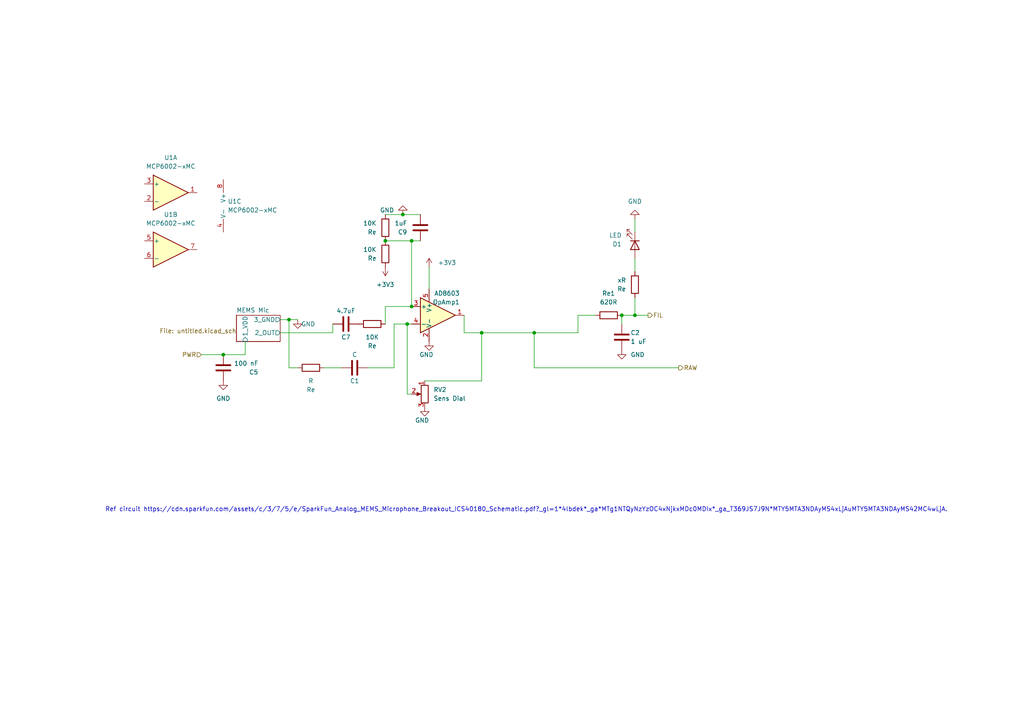
<source format=kicad_sch>
(kicad_sch (version 20230121) (generator eeschema)
  (paper "A4")
  (lib_symbols
    (symbol "Amplifier_Operational:AD8603" (pin_names (offset 0.127))
      (property "Reference" "U" (at 0 5.08 0))
      (property "Value" "AD8603" (at 0 -5.08 0))
      (symbol "AD8603_0_1"
        (polyline (pts (xy -5.08 5.08) (xy 5.08 0) (xy -5.08 -5.08) (xy -5.08 5.08)) (stroke (width 0.254)) (fill (type background)))
        (pin power_in line (at -2.54 -7.62 90) (length 3.81) (name "V-") (number "2"))
        (pin power_in line (at -2.54 7.62 270) (length 3.81) (name "V+") (number "5"))
      )
      (symbol "AD8603_1_1"
        (pin output line (at 7.62 0 180) (length 2.54) (name "~") (number "1"))
        (pin input line (at -7.62 2.54 0) (length 2.54) (name "+") (number "3"))
        (pin input line (at -7.62 -2.54 0) (length 2.54) (name "-") (number "4"))
      )
    )
    (symbol "Amplifier_Operational:MCP6002-xMC" (pin_names (offset 0.127))
      (property "Reference" "U" (at 0 5.08 0))
      (property "Value" "MCP6002-xMC" (at 0 -5.08 0))
      (symbol "MCP6002-xMC_1_1"
        (polyline (pts (xy -5.08 5.08) (xy 5.08 0) (xy -5.08 -5.08) (xy -5.08 5.08)) (stroke (width 0.254)) (fill (type background)))
        (pin output line (at 7.62 0 180) (length 2.54) (name "~") (number "1"))
        (pin input line (at -7.62 -2.54 0) (length 2.54) (name "-") (number "2"))
        (pin input line (at -7.62 2.54 0) (length 2.54) (name "+") (number "3"))
      )
      (symbol "MCP6002-xMC_2_1"
        (polyline (pts (xy -5.08 5.08) (xy 5.08 0) (xy -5.08 -5.08) (xy -5.08 5.08)) (stroke (width 0.254)) (fill (type background)))
        (pin input line (at -7.62 2.54 0) (length 2.54) (name "+") (number "5"))
        (pin input line (at -7.62 -2.54 0) (length 2.54) (name "-") (number "6"))
        (pin output line (at 7.62 0 180) (length 2.54) (name "~") (number "7"))
      )
      (symbol "MCP6002-xMC_3_1"
        (pin power_in line (at -2.54 -7.62 90) (length 3.81) (name "V-") (number "4"))
        (pin power_in line (at -2.54 7.62 270) (length 3.81) (name "V+") (number "8"))
        (pin passive line (at -2.54 -7.62 90) (length 3.81) hide (name "V-") (number "9"))
      )
    )
    (symbol "Device:C" (pin_numbers hide) (pin_names (offset 0.254))
      (property "Reference" "C" (at 0.635 2.54 0))
      (property "Value" "C" (at 0.635 -2.54 0))
      (symbol "C_0_1"
        (polyline (pts (xy -2.032 -0.762) (xy 2.032 -0.762)) (stroke (width 0.508)))
        (polyline (pts (xy -2.032 0.762) (xy 2.032 0.762)) (stroke (width 0.508)))
      )
      (symbol "C_1_1"
        (pin passive line (at 0 3.81 270) (length 2.794) (name "~") (number "1"))
        (pin passive line (at 0 -3.81 90) (length 2.794) (name "~") (number "2"))
      )
    )
    (symbol "Device:LED" (pin_numbers hide) (pin_names (offset 1.016) hide)
      (property "Reference" "D" (at 0 2.54 0))
      (property "Value" "LED" (at 0 -2.54 0))
      (symbol "LED_0_1"
        (polyline (pts (xy -1.27 -1.27) (xy -1.27 1.27)) (stroke (width 0.254)))
        (polyline (pts (xy -1.27 0) (xy 1.27 0)))
        (polyline (pts (xy 1.27 -1.27) (xy 1.27 1.27) (xy -1.27 0) (xy 1.27 -1.27)) (stroke (width 0.254)))
        (polyline (pts (xy -3.048 -0.762) (xy -4.572 -2.286) (xy -3.81 -2.286) (xy -4.572 -2.286) (xy -4.572 -1.524)))
        (polyline (pts (xy -1.778 -0.762) (xy -3.302 -2.286) (xy -2.54 -2.286) (xy -3.302 -2.286) (xy -3.302 -1.524)))
      )
      (symbol "LED_1_1"
        (pin passive line (at -3.81 0 0) (length 2.54) (name "K") (number "1"))
        (pin passive line (at 3.81 0 180) (length 2.54) (name "A") (number "2"))
      )
    )
    (symbol "Device:R" (pin_numbers hide) (pin_names (offset 0))
      (property "Reference" "R" (at 2.032 0 90))
      (property "Value" "R" (at 0 0 90))
      (symbol "R_0_1"
        (rectangle (start -1.016 -2.54) (end 1.016 2.54) (stroke (width 0.254)))
      )
      (symbol "R_1_1"
        (pin passive line (at 0 3.81 270) (length 1.27) (name "~") (number "1"))
        (pin passive line (at 0 -3.81 90) (length 1.27) (name "~") (number "2"))
      )
    )
    (symbol "Device:R_Potentiometer" (pin_names (offset 1.016) hide)
      (property "Reference" "RV" (at -4.445 0 90))
      (property "Value" "R_Potentiometer" (at -2.54 0 90))
      (symbol "R_Potentiometer_0_1"
        (polyline (pts (xy 2.54 0) (xy 1.524 0)))
        (polyline (pts (xy 1.143 0) (xy 2.286 0.508) (xy 2.286 -0.508) (xy 1.143 0)) (fill (type outline)))
        (rectangle (start 1.016 2.54) (end -1.016 -2.54) (stroke (width 0.254)))
      )
      (symbol "R_Potentiometer_1_1"
        (pin passive line (at 0 3.81 270) (length 1.27) (name "1") (number "1"))
        (pin passive line (at 3.81 0 180) (length 1.27) (name "2") (number "2"))
        (pin passive line (at 0 -3.81 90) (length 1.27) (name "3") (number "3"))
      )
    )
    (symbol "power:+3V3" (power) (pin_names (offset 0))
      (property "Value" "+3V3" (at 0 3.556 0))
      (symbol "+3V3_0_1"
        (polyline (pts (xy -0.762 1.27) (xy 0 2.54)))
        (polyline (pts (xy 0 0) (xy 0 2.54)))
        (polyline (pts (xy 0 2.54) (xy 0.762 1.27)))
      )
      (symbol "+3V3_1_1"
        (pin power_in line (at 0 0 90) (length 0) hide (name "+3V3") (number "1"))
      )
    )
    (symbol "power:GND" (power) (pin_names (offset 0))
      (property "Value" "GND" (at 0 -3.81 0))
      (symbol "GND_0_1"
        (polyline (pts (xy 0 0) (xy 0 -1.27) (xy 1.27 -1.27) (xy 0 -2.54) (xy -1.27 -1.27) (xy 0 -1.27)))
      )
      (symbol "GND_1_1"
        (pin power_in line (at 0 0 270) (length 0) hide (name "GND") (number "1"))
      )
    )
  )
  (junction (at 154.94 96.52))
  (junction (at 64.77 102.87))
  (junction (at 139.7 96.52))
  (junction (at 116.84 62.23))
  (junction (at 119.38 69.85))
  (junction (at 180.34 91.44))
  (junction (at 184.15 91.44))
  (junction (at 111.76 69.85))
  (junction (at 83.82 92.71))
  (junction (at 118.11 93.98))
  (junction (at 119.38 88.9))
  (wire (pts (xy 118.11 93.98) (xy 119.38 93.98)))
  (wire (pts (xy 83.82 106.68) (xy 86.36 106.68)))
  (wire (pts (xy 139.7 96.52) (xy 139.7 110.49)))
  (wire (pts (xy 121.92 69.85) (xy 119.38 69.85)))
  (wire (pts (xy 96.52 96.52) (xy 81.28 96.52)))
  (wire (pts (xy 184.15 91.44) (xy 187.96 91.44)))
  (wire (pts (xy 184.15 74.93) (xy 184.15 78.74)))
  (wire (pts (xy 121.92 62.23) (xy 116.84 62.23)))
  (wire (pts (xy 119.38 69.85) (xy 111.76 69.85)))
  (wire (pts (xy 124.46 83.82) (xy 124.46 77.47)))
  (wire (pts (xy 154.94 96.52) (xy 154.94 106.68)))
  (wire (pts (xy 119.38 114.3) (xy 118.11 114.3)))
  (wire (pts (xy 184.15 63.5) (xy 184.15 67.31)))
  (wire (pts (xy 106.68 106.68) (xy 114.3 106.68)))
  (wire (pts (xy 64.77 102.87) (xy 71.12 102.87)))
  (wire (pts (xy 184.15 86.36) (xy 184.15 91.44)))
  (wire (pts (xy 111.76 88.9) (xy 119.38 88.9)))
  (wire (pts (xy 114.3 93.98) (xy 118.11 93.98)))
  (wire (pts (xy 119.38 88.9) (xy 119.38 69.85)))
  (wire (pts (xy 93.98 106.68) (xy 99.06 106.68)))
  (wire (pts (xy 118.11 114.3) (xy 118.11 93.98)))
  (wire (pts (xy 58.42 102.87) (xy 64.77 102.87)))
  (wire (pts (xy 139.7 96.52) (xy 154.94 96.52)))
  (wire (pts (xy 134.62 96.52) (xy 139.7 96.52)))
  (wire (pts (xy 180.34 91.44) (xy 180.34 93.98)))
  (wire (pts (xy 154.94 96.52) (xy 167.64 96.52)))
  (wire (pts (xy 196.85 106.68) (xy 154.94 106.68)))
  (wire (pts (xy 114.3 106.68) (xy 114.3 93.98)))
  (wire (pts (xy 83.82 92.71) (xy 81.28 92.71)))
  (wire (pts (xy 71.12 99.06) (xy 71.12 102.87)))
  (wire (pts (xy 86.36 92.71) (xy 83.82 92.71)))
  (wire (pts (xy 139.7 110.49) (xy 123.19 110.49)))
  (wire (pts (xy 134.62 91.44) (xy 134.62 96.52)))
  (wire (pts (xy 180.34 91.44) (xy 184.15 91.44)))
  (wire (pts (xy 96.52 93.98) (xy 96.52 96.52)))
  (wire (pts (xy 83.82 92.71) (xy 83.82 106.68)))
  (wire (pts (xy 167.64 91.44) (xy 167.64 96.52)))
  (wire (pts (xy 111.76 93.98) (xy 111.76 88.9)))
  (wire (pts (xy 116.84 62.23) (xy 111.76 62.23)))
  (wire (pts (xy 167.64 91.44) (xy 172.72 91.44)))
  (text "Ref circuit https://cdn.sparkfun.com/assets/c/3/7/5/e/SparkFun_Analog_MEMS_Microphone_Breakout_ICS40180_Schematic.pdf?_gl=1*4lbdek*_ga*MTg1NTQyNzYzOC4xNjkxMDc0MDIx*_ga_T369JS7J9N*MTY5MTA3NDAyMS4xLjAuMTY5MTA3NDAyMS42MC4wLjA.\n" (at 30.48 148.59 0) (effects (font (size 1.27 1.27)) (justify left bottom)))
  (hierarchical_label "FIL" (shape output) (at 187.96 91.44 0))
  (hierarchical_label "PWR" (shape input) (at 58.42 102.87 180))
  (hierarchical_label "RAW" (shape output) (at 196.85 106.68 0))
  (symbol (lib_id "Device:C") (at 102.87 106.68 270) (unit 1)
    (property "Reference" "C1" (at 102.87 110.49 90))
    (property "Value" "C" (at 102.87 102.87 90))
    (property "Footprint" "Capacitor_SMD:C_0603_1608Metric_Pad1.08x0.95mm_HandSolder" (effects hide))
  )
  (symbol (lib_id "Device:C") (at 180.34 97.79 180) (unit 1)
    (property "Reference" "C2" (at 182.88 96.52 0) (effects (justify right)))
    (property "Value" "1 uF" (at 182.88 99.06 0) (effects (justify right)))
    (property "Footprint" "Capacitor_SMD:C_0603_1608Metric_Pad1.08x0.95mm_HandSolder" (effects hide))
  )
  (symbol (lib_id "power:GND") (at 116.84 62.23 180) (unit 1)
    (property "Reference" "#PWR029" (effects hide))
    (property "Value" "GND" (at 114.3 60.96 0) (effects (justify left)))
  )
  (symbol (lib_id "Amplifier_Operational:MCP6002-xMC") (at 67.31 59.69 0) (unit 3)
    (property "Reference" "U1" (at 66.04 58.42 0) (effects (justify left)))
    (property "Value" "MCP6002-xMC" (at 66.04 60.96 0) (effects (justify left)))
    (property "Footprint" "Package_DFN_QFN:DFN-8-1EP_3x2mm_P0.5mm_EP1.75x1.45mm" (effects hide))
    (property "Datasheet" "http://ww1.microchip.com/downloads/en/DeviceDoc/21733j.pdf" (effects hide))
  )
  (symbol (lib_id "Amplifier_Operational:MCP6002-xMC") (at 49.53 72.39 0) (unit 2)
    (property "Reference" "U1" (at 49.53 62.23 0))
    (property "Value" "MCP6002-xMC" (at 49.53 64.77 0))
    (property "Footprint" "Package_DFN_QFN:DFN-8-1EP_3x2mm_P0.5mm_EP1.75x1.45mm" (effects hide))
    (property "Datasheet" "http://ww1.microchip.com/downloads/en/DeviceDoc/21733j.pdf" (effects hide))
  )
  (symbol (lib_id "Device:R") (at 111.76 66.04 180) (unit 1)
    (property "Reference" "Re" (at 109.22 67.31 0) (effects (justify left)))
    (property "Value" "10K" (at 109.22 64.77 0) (effects (justify left)))
    (property "Footprint" "Resistor_SMD:R_0603_1608Metric_Pad0.98x0.95mm_HandSolder" (effects hide))
    (instances (project "VibeLight" (path "" (reference "Re") (unit 1)) (path "" (reference "R11") (unit 1))))
  )
  (symbol (lib_id "power:GND") (at 64.77 110.49 0) (unit 1)
    (property "Reference" "#PWR05" (effects hide))
    (property "Value" "GND" (at 64.77 115.57 0))
  )
  (symbol (lib_id "Device:R") (at 90.17 106.68 270) (unit 1)
    (property "Reference" "Re" (at 90.17 113.03 90))
    (property "Value" "R" (at 90.17 110.49 90))
    (property "Footprint" "Resistor_SMD:R_0603_1608Metric_Pad0.98x0.95mm_HandSolder" (effects hide))
    (instances (project "VibeLight" (path "" (reference "Re") (unit 1)) (path "" (reference "R9") (unit 1))))
  )
  (symbol (lib_id "power:+3V3") (at 111.76 77.47 180) (unit 1)
    (property "Reference" "#PWR030" (effects hide))
    (property "Value" "+3V3" (at 111.76 82.55 0))
  )
  (symbol (lib_id "Device:R") (at 184.15 82.55 180) (unit 1)
    (property "Reference" "Re" (at 181.61 83.82 0) (effects (justify left)))
    (property "Value" "xR" (at 181.61 81.28 0) (effects (justify left)))
    (property "Footprint" "Resistor_SMD:R_0603_1608Metric_Pad0.98x0.95mm_HandSolder" (effects hide))
    (instances (project "VibeLight" (path "" (reference "Re") (unit 1)) (path "" (reference "R13") (unit 1))))
  )
  (symbol (lib_id "power:GND") (at 123.19 118.11 0) (mirror y) (unit 1)
    (property "Reference" "#PWR028" (effects hide))
    (property "Value" "GND" (at 124.46 121.92 0) (effects (justify left)))
  )
  (symbol (lib_id "Device:R_Potentiometer") (at 123.19 114.3 0) (mirror y) (unit 1)
    (property "Reference" "RV2" (at 125.73 113.03 0) (effects (justify right)))
    (property "Value" "Sens Dial" (at 125.73 115.57 0) (effects (justify right)))
    (property "Footprint" "Potentiometer_SMD:Potentiometer_Bourns_TC33X_Vertical" (effects hide))
    (property "Source" "https://www.digikey.com/en/products/detail/bourns-inc/TC33X-2-103E/612858" (effects hide))
    (instances (project "VibeLight" (path "" (reference "RV2") (unit 1)) (path "" (reference "RV3") (unit 1))))
  )
  (symbol (lib_id "power:+3V3") (at 124.46 77.47 0) (unit 1)
    (property "Reference" "#PWR027" (effects hide))
    (property "Value" "+3V3" (at 127 76.2 0) (effects (justify left)))
  )
  (symbol (lib_id "Device:C") (at 64.77 106.68 180) (unit 1)
    (property "Reference" "C5" (at 74.93 107.95 0) (effects (justify left)))
    (property "Value" "100 nF" (at 74.93 105.41 0) (effects (justify left)))
    (property "Footprint" "Capacitor_SMD:C_0603_1608Metric_Pad1.08x0.95mm_HandSolder" (effects hide))
  )
  (symbol (lib_id "Device:C") (at 121.92 66.04 0) (unit 1)
    (property "Reference" "C9" (at 118.11 67.31 0) (effects (justify right)))
    (property "Value" "1uF" (at 118.11 64.77 0) (effects (justify right)))
    (property "Footprint" "Capacitor_SMD:C_0603_1608Metric_Pad1.08x0.95mm_HandSolder" (effects hide))
  )
  (symbol (lib_id "Device:C") (at 100.33 93.98 270) (unit 1)
    (property "Reference" "C7" (at 100.33 97.79 90))
    (property "Value" "4.7uF" (at 100.33 90.17 90))
    (property "Footprint" "Capacitor_SMD:C_0603_1608Metric_Pad1.08x0.95mm_HandSolder" (effects hide))
  )
  (symbol (lib_id "power:GND") (at 124.46 99.06 0) (mirror y) (unit 1)
    (property "Reference" "#PWR03" (effects hide))
    (property "Value" "GND" (at 125.73 102.87 0) (effects (justify left)))
  )
  (symbol (lib_id "Device:LED") (at 184.15 71.12 270) (unit 1)
    (property "Reference" "D1" (at 180.34 70.8025 90) (effects (justify right)))
    (property "Value" "LED" (at 180.34 68.2625 90) (effects (justify right)))
    (property "Footprint" "LED_SMD:LED_0603_1608Metric_Pad1.05x0.95mm_HandSolder" (effects hide))
  )
  (symbol (lib_id "power:GND") (at 184.15 63.5 180) (unit 1)
    (property "Reference" "#PWR020" (effects hide))
    (property "Value" "GND" (at 184.15 58.42 0))
  )
  (symbol (lib_id "Device:R") (at 111.76 73.66 180) (unit 1)
    (property "Reference" "Re" (at 109.22 74.93 0) (effects (justify left)))
    (property "Value" "10K" (at 109.22 72.39 0) (effects (justify left)))
    (property "Footprint" "Resistor_SMD:R_0603_1608Metric_Pad0.98x0.95mm_HandSolder" (effects hide))
    (instances (project "VibeLight" (path "" (reference "Re") (unit 1)) (path "" (reference "R10") (unit 1))))
  )
  (symbol (lib_id "Device:R") (at 107.95 93.98 270) (unit 1)
    (property "Reference" "Re" (at 107.95 100.33 90))
    (property "Value" "10K" (at 107.95 97.79 90))
    (property "Footprint" "Resistor_SMD:R_0603_1608Metric_Pad0.98x0.95mm_HandSolder" (effects hide))
    (instances (project "VibeLight" (path "" (reference "Re") (unit 1)) (path "" (reference "R12") (unit 1))))
  )
  (symbol (lib_id "Amplifier_Operational:MCP6002-xMC") (at 49.53 55.88 0) (unit 1)
    (property "Reference" "U1" (at 49.53 45.72 0))
    (property "Value" "MCP6002-xMC" (at 49.53 48.26 0))
    (property "Footprint" "Package_DFN_QFN:DFN-8-1EP_3x2mm_P0.5mm_EP1.75x1.45mm" (effects hide))
    (property "Datasheet" "http://ww1.microchip.com/downloads/en/DeviceDoc/21733j.pdf" (effects hide))
  )
  (symbol (lib_id "power:GND") (at 180.34 101.6 0) (unit 1)
    (property "Reference" "#PWR01" (effects hide))
    (property "Value" "GND" (at 182.88 102.87 0) (effects (justify left)))
  )
  (symbol (lib_id "Device:R") (at 176.53 91.44 90) (unit 1)
    (property "Reference" "Re1" (at 176.53 85.09 90))
    (property "Value" "620R" (at 176.53 87.63 90))
    (property "Footprint" "Resistor_SMD:R_0603_1608Metric_Pad0.98x0.95mm_HandSolder" (effects hide))
    (instances (project "VibeLight" (path "" (reference "Re1") (unit 1)) (path "" (reference "R14") (unit 1))))
  )
  (symbol (lib_id "Amplifier_Operational:AD8603") (at 127 91.44 0) (unit 1)
    (property "Reference" "OpAmp1" (at 133.35 87.63 0) (effects (justify right)))
    (property "Value" "AD8603" (at 133.35 85.09 0) (effects (justify right)))
    (property "Footprint" "Package_TO_SOT_SMD:TSOT-23-5" (effects hide))
    (property "Datasheet" "https://www.analog.com/media/en/technical-documentation/data-sheets/AD8603_8607_8609.pdf" (effects hide))
    (property "Digikey" "https://www.digikey.com/en/products/detail/analog-devices-inc/AD8603AUJZ-REEL/994142" (effects hide))
  )
  (symbol (lib_id "power:GND") (at 86.36 92.71 0) (unit 1)
    (property "Reference" "#PWR026" (effects hide))
    (property "Value" "GND" (at 91.44 93.98 0) (effects (justify right)))
  )
  (sheet (at 68.58 91.44) (size 12.7 7.62) (stroke (width 0.1524))
    (property "Sheetname" "MEMS Mic" (at 68.58 90.7284 0) (effects (justify left bottom)))
    (property "Sheetfile" "untitled.kicad_sch" (at 68.58 95.25 0) (effects (justify right top)))
    (pin "1_VDD" input (at 71.12 99.06 270))
    (pin "2_OUT" output (at 81.28 96.52 0))
    (pin "3_GND" output (at 81.28 92.71 0))
  )
)
</source>
